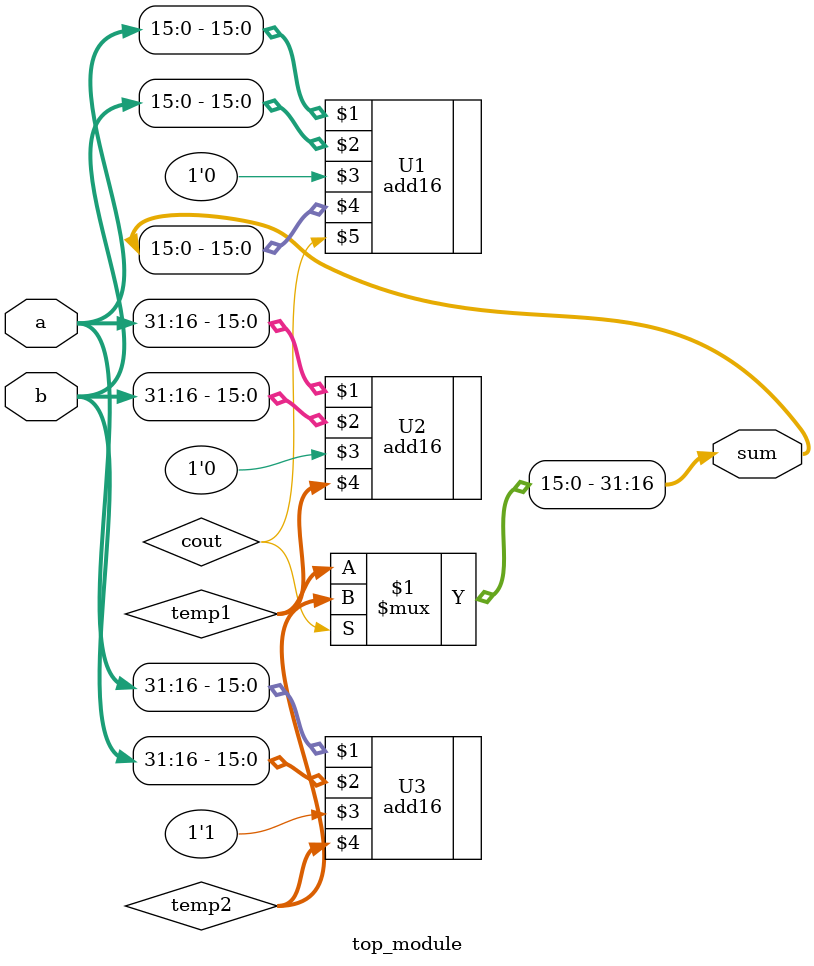
<source format=v>
module top_module(
    input [31:0] a,
    input [31:0] b,
    output [31:0] sum
);
    wire [15:0] temp1,temp2;
    wire cout;
    add16 U1 (a[15:0], b[15:0], 1'b0, sum[15:0], cout);
    add16 U2 (a[31:16], b[31:16], 1'b0, temp1, );
    add16 U3 (a[31:16], b[31:16], 1'b1, temp2, );
    // if (cout) sum = {temp2,sum[15:0]};
    // else sum = {temp1,sum[15:0]};           sum[15:0]地方不可被重新赋值

    // if(cout) assign sum[31:16] = temp2;
    // else assign sum[31:16] = temp1;           仍然错

    assign sum[31:16] = cout ? temp2 : temp1;

endmodule

</source>
